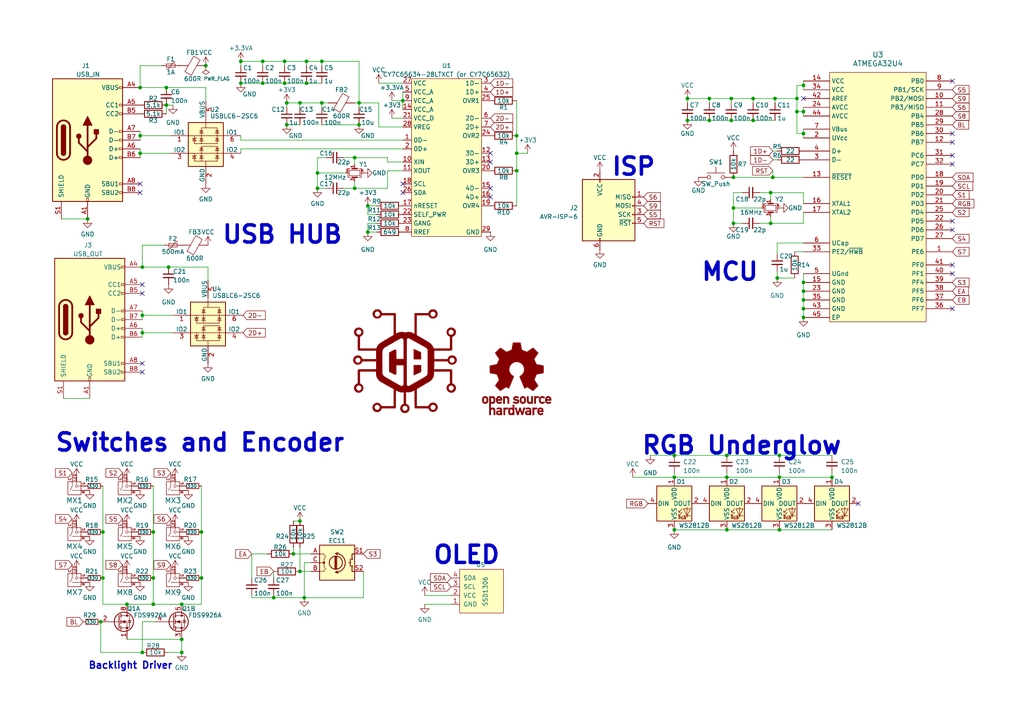
<source format=kicad_sch>
(kicad_sch (version 20210406) (generator eeschema)
  (paper "A4")
  (title_block (title "1337") (date "2021-05-23") (rev "2.1") (company "0xCB") (comment 1 "Conor Burns"))
  (junction (at 25.4 63.5) (diameter 0.9144))
  (junction (at 29.21 180.34) (diameter 0.9144))
  (junction (at 29.845 154.305) (diameter 0.9144))
  (junction (at 29.845 167.64) (diameter 0.9144))
  (junction (at 36.83 175.26) (diameter 0.9144))
  (junction (at 40.64 25.4) (diameter 0.9144))
  (junction (at 40.64 39.37) (diameter 0.9144))
  (junction (at 40.64 44.45) (diameter 0.9144))
  (junction (at 41.275 77.47) (diameter 0.9144))
  (junction (at 41.275 91.44) (diameter 0.9144))
  (junction (at 41.275 96.52) (diameter 0.9144))
  (junction (at 41.275 189.23) (diameter 0.9144))
  (junction (at 44.45 154.305) (diameter 0.9144))
  (junction (at 44.45 167.64) (diameter 0.9144))
  (junction (at 44.45 175.26) (diameter 0.9144))
  (junction (at 48.26 25.4) (diameter 0.9144))
  (junction (at 48.26 30.48) (diameter 0.9144))
  (junction (at 48.895 77.47) (diameter 0.9144))
  (junction (at 52.705 175.26) (diameter 0.9144))
  (junction (at 52.705 185.42) (diameter 0.9144))
  (junction (at 52.705 189.23) (diameter 0.9144))
  (junction (at 58.42 154.305) (diameter 0.9144))
  (junction (at 58.42 167.64) (diameter 0.9144))
  (junction (at 59.69 19.05) (diameter 0.9144))
  (junction (at 69.85 17.78) (diameter 0.9144))
  (junction (at 69.85 24.13) (diameter 0.9144))
  (junction (at 76.2 17.78) (diameter 0.9144))
  (junction (at 76.2 24.13) (diameter 0.9144))
  (junction (at 79.375 173.355) (diameter 0.9144))
  (junction (at 82.55 17.78) (diameter 0.9144))
  (junction (at 82.55 24.13) (diameter 0.9144))
  (junction (at 83.185 29.845) (diameter 0.9144))
  (junction (at 83.185 36.195) (diameter 0.9144))
  (junction (at 85.09 160.655) (diameter 0.9144))
  (junction (at 86.995 29.845) (diameter 0.9144))
  (junction (at 86.995 151.13) (diameter 0.9144))
  (junction (at 86.995 165.735) (diameter 0.9144))
  (junction (at 88.265 173.355) (diameter 0.9144))
  (junction (at 88.9 17.78) (diameter 0.9144))
  (junction (at 88.9 24.13) (diameter 0.9144))
  (junction (at 92.075 50.165) (diameter 0.9144))
  (junction (at 92.075 54.61) (diameter 0.9144))
  (junction (at 93.345 17.78) (diameter 0.9144))
  (junction (at 93.345 29.845) (diameter 0.9144))
  (junction (at 102.87 45.72) (diameter 0.9144))
  (junction (at 102.87 54.61) (diameter 0.9144))
  (junction (at 104.14 29.845) (diameter 0.9144))
  (junction (at 104.14 36.195) (diameter 0.9144))
  (junction (at 106.68 59.69) (diameter 0.9144))
  (junction (at 106.68 67.31) (diameter 0.9144))
  (junction (at 116.84 29.21) (diameter 0.9144))
  (junction (at 149.86 39.37) (diameter 0.9144))
  (junction (at 149.86 44.45) (diameter 0.9144))
  (junction (at 149.86 49.53) (diameter 0.9144))
  (junction (at 195.58 132.08) (diameter 0.9144))
  (junction (at 195.58 138.43) (diameter 0.9144))
  (junction (at 195.58 153.67) (diameter 0.9144))
  (junction (at 199.39 28.575) (diameter 0.9144))
  (junction (at 199.39 34.925) (diameter 0.9144))
  (junction (at 205.74 28.575) (diameter 0.9144))
  (junction (at 205.74 34.925) (diameter 0.9144))
  (junction (at 210.82 132.08) (diameter 0.9144))
  (junction (at 210.82 138.43) (diameter 0.9144))
  (junction (at 210.82 153.67) (diameter 0.9144))
  (junction (at 212.09 28.575) (diameter 0.9144))
  (junction (at 212.09 34.925) (diameter 0.9144))
  (junction (at 212.725 51.435) (diameter 0.9144))
  (junction (at 212.725 60.325) (diameter 0.9144))
  (junction (at 212.725 64.77) (diameter 0.9144))
  (junction (at 218.44 28.575) (diameter 0.9144))
  (junction (at 218.44 34.925) (diameter 0.9144))
  (junction (at 223.52 55.88) (diameter 0.9144))
  (junction (at 223.52 64.77) (diameter 0.9144))
  (junction (at 224.155 51.435) (diameter 0.9144))
  (junction (at 224.79 28.575) (diameter 0.9144))
  (junction (at 225.425 80.645) (diameter 0.9144))
  (junction (at 226.06 132.08) (diameter 0.9144))
  (junction (at 226.06 138.43) (diameter 0.9144))
  (junction (at 226.06 153.67) (diameter 0.9144))
  (junction (at 231.14 28.575) (diameter 0.9144))
  (junction (at 231.14 32.385) (diameter 0.9144))
  (junction (at 233.045 24.765) (diameter 0.9144))
  (junction (at 233.045 32.385) (diameter 0.9144))
  (junction (at 233.045 38.735) (diameter 0.9144))
  (junction (at 233.045 81.915) (diameter 0.9144))
  (junction (at 233.045 84.455) (diameter 0.9144))
  (junction (at 233.045 86.995) (diameter 0.9144))
  (junction (at 233.045 89.535) (diameter 0.9144))
  (junction (at 233.045 92.075) (diameter 0.9144))
  (junction (at 241.3 138.43) (diameter 0.9144))
  (no_connect (at 40.64 53.34))
  (no_connect (at 40.64 55.88))
  (no_connect (at 41.275 82.55))
  (no_connect (at 41.275 85.09))
  (no_connect (at 41.275 105.41))
  (no_connect (at 41.275 107.95))
  (no_connect (at 116.84 53.34))
  (no_connect (at 116.84 55.88))
  (no_connect (at 142.24 44.45))
  (no_connect (at 142.24 46.99))
  (no_connect (at 142.24 54.61))
  (no_connect (at 142.24 57.15))
  (no_connect (at 233.045 28.575))
  (no_connect (at 248.92 146.05))
  (no_connect (at 276.225 23.495))
  (no_connect (at 276.225 38.735))
  (no_connect (at 276.225 41.275))
  (no_connect (at 276.225 45.085))
  (no_connect (at 276.225 47.625))
  (no_connect (at 276.225 64.135))
  (no_connect (at 276.225 66.675))
  (no_connect (at 276.225 76.835))
  (no_connect (at 276.225 79.375))
  (no_connect (at 276.225 89.535))
  (wire (pts (xy 17.78 63.5) (xy 25.4 63.5)))
  (wire (pts (xy 18.415 115.57) (xy 26.035 115.57)))
  (wire (pts (xy 29.21 189.23) (xy 29.21 180.34)))
  (wire (pts (xy 29.845 140.97) (xy 29.845 154.305)))
  (wire (pts (xy 29.845 154.305) (xy 29.845 167.64)))
  (wire (pts (xy 29.845 167.64) (xy 29.845 175.26)))
  (wire (pts (xy 29.845 175.26) (xy 36.83 175.26)))
  (wire (pts (xy 36.83 175.26) (xy 44.45 175.26)))
  (wire (pts (xy 36.83 185.42) (xy 52.705 185.42)))
  (wire (pts (xy 40.64 19.05) (xy 40.64 25.4)))
  (wire (pts (xy 40.64 19.05) (xy 46.99 19.05)))
  (wire (pts (xy 40.64 25.4) (xy 48.26 25.4)))
  (wire (pts (xy 40.64 38.1) (xy 40.64 39.37)))
  (wire (pts (xy 40.64 39.37) (xy 40.64 40.64)))
  (wire (pts (xy 40.64 39.37) (xy 49.53 39.37)))
  (wire (pts (xy 40.64 43.18) (xy 40.64 44.45)))
  (wire (pts (xy 40.64 44.45) (xy 40.64 45.72)))
  (wire (pts (xy 40.64 44.45) (xy 49.53 44.45)))
  (wire (pts (xy 41.275 71.12) (xy 41.275 77.47)))
  (wire (pts (xy 41.275 71.12) (xy 47.625 71.12)))
  (wire (pts (xy 41.275 77.47) (xy 48.895 77.47)))
  (wire (pts (xy 41.275 90.17) (xy 41.275 91.44)))
  (wire (pts (xy 41.275 91.44) (xy 41.275 92.71)))
  (wire (pts (xy 41.275 91.44) (xy 50.165 91.44)))
  (wire (pts (xy 41.275 95.25) (xy 41.275 96.52)))
  (wire (pts (xy 41.275 96.52) (xy 41.275 97.79)))
  (wire (pts (xy 41.275 96.52) (xy 50.165 96.52)))
  (wire (pts (xy 41.275 180.34) (xy 41.275 189.23)))
  (wire (pts (xy 41.275 180.34) (xy 45.085 180.34)))
  (wire (pts (xy 41.275 189.23) (xy 29.21 189.23)))
  (wire (pts (xy 44.45 140.97) (xy 44.45 154.305)))
  (wire (pts (xy 44.45 154.305) (xy 44.45 167.64)))
  (wire (pts (xy 44.45 175.26) (xy 44.45 167.64)))
  (wire (pts (xy 48.26 25.4) (xy 59.69 25.4)))
  (wire (pts (xy 48.26 30.48) (xy 48.26 33.02)))
  (wire (pts (xy 48.26 30.48) (xy 50.165 30.48)))
  (wire (pts (xy 48.895 77.47) (xy 60.325 77.47)))
  (wire (pts (xy 48.895 189.23) (xy 52.705 189.23)))
  (wire (pts (xy 52.705 175.26) (xy 44.45 175.26)))
  (wire (pts (xy 52.705 189.23) (xy 52.705 185.42)))
  (wire (pts (xy 58.42 140.97) (xy 58.42 154.305)))
  (wire (pts (xy 58.42 154.305) (xy 58.42 167.64)))
  (wire (pts (xy 58.42 167.64) (xy 58.42 175.26)))
  (wire (pts (xy 58.42 175.26) (xy 52.705 175.26)))
  (wire (pts (xy 59.69 29.21) (xy 59.69 25.4)))
  (wire (pts (xy 60.325 81.28) (xy 60.325 77.47)))
  (wire (pts (xy 69.85 17.78) (xy 69.85 19.05)))
  (wire (pts (xy 69.85 17.78) (xy 76.2 17.78)))
  (wire (pts (xy 69.85 24.13) (xy 76.2 24.13)))
  (wire (pts (xy 69.85 39.37) (xy 69.85 40.64)))
  (wire (pts (xy 69.85 40.64) (xy 116.84 40.64)))
  (wire (pts (xy 69.85 43.18) (xy 69.85 44.45)))
  (wire (pts (xy 69.85 43.18) (xy 116.84 43.18)))
  (wire (pts (xy 73.025 160.655) (xy 77.47 160.655)))
  (wire (pts (xy 73.025 167.64) (xy 73.025 160.655)))
  (wire (pts (xy 73.025 172.72) (xy 73.025 173.355)))
  (wire (pts (xy 73.025 173.355) (xy 79.375 173.355)))
  (wire (pts (xy 76.2 17.78) (xy 76.2 19.05)))
  (wire (pts (xy 76.2 17.78) (xy 82.55 17.78)))
  (wire (pts (xy 76.2 24.13) (xy 82.55 24.13)))
  (wire (pts (xy 79.375 165.735) (xy 79.375 167.64)))
  (wire (pts (xy 79.375 172.72) (xy 79.375 173.355)))
  (wire (pts (xy 79.375 173.355) (xy 88.265 173.355)))
  (wire (pts (xy 82.55 17.78) (xy 82.55 19.05)))
  (wire (pts (xy 82.55 17.78) (xy 88.9 17.78)))
  (wire (pts (xy 82.55 24.13) (xy 88.9 24.13)))
  (wire (pts (xy 83.185 29.845) (xy 86.995 29.845)))
  (wire (pts (xy 83.185 31.115) (xy 83.185 29.845)))
  (wire (pts (xy 83.185 36.195) (xy 86.995 36.195)))
  (wire (pts (xy 85.09 151.13) (xy 86.995 151.13)))
  (wire (pts (xy 85.09 158.75) (xy 85.09 160.655)))
  (wire (pts (xy 85.09 160.655) (xy 90.17 160.655)))
  (wire (pts (xy 86.995 29.845) (xy 93.345 29.845)))
  (wire (pts (xy 86.995 31.115) (xy 86.995 29.845)))
  (wire (pts (xy 86.995 158.75) (xy 86.995 165.735)))
  (wire (pts (xy 86.995 165.735) (xy 90.17 165.735)))
  (wire (pts (xy 88.265 163.195) (xy 88.265 173.355)))
  (wire (pts (xy 88.265 163.195) (xy 90.17 163.195)))
  (wire (pts (xy 88.265 173.355) (xy 105.41 173.355)))
  (wire (pts (xy 88.9 17.78) (xy 93.345 17.78)))
  (wire (pts (xy 88.9 19.05) (xy 88.9 17.78)))
  (wire (pts (xy 88.9 24.13) (xy 93.345 24.13)))
  (wire (pts (xy 92.075 45.72) (xy 92.075 50.165)))
  (wire (pts (xy 92.075 45.72) (xy 94.615 45.72)))
  (wire (pts (xy 92.075 50.165) (xy 92.075 54.61)))
  (wire (pts (xy 92.075 50.165) (xy 100.33 50.165)))
  (wire (pts (xy 92.075 54.61) (xy 94.615 54.61)))
  (wire (pts (xy 93.345 17.78) (xy 104.14 17.78)))
  (wire (pts (xy 93.345 19.05) (xy 93.345 17.78)))
  (wire (pts (xy 93.345 29.845) (xy 95.25 29.845)))
  (wire (pts (xy 93.345 31.115) (xy 93.345 29.845)))
  (wire (pts (xy 93.345 36.195) (xy 104.14 36.195)))
  (wire (pts (xy 99.695 45.72) (xy 102.87 45.72)))
  (wire (pts (xy 102.87 29.845) (xy 104.14 29.845)))
  (wire (pts (xy 102.87 45.72) (xy 102.87 47.625)))
  (wire (pts (xy 102.87 52.705) (xy 102.87 54.61)))
  (wire (pts (xy 102.87 54.61) (xy 99.695 54.61)))
  (wire (pts (xy 104.14 29.845) (xy 104.14 17.78)))
  (wire (pts (xy 104.14 29.845) (xy 104.14 31.115)))
  (wire (pts (xy 105.41 165.735) (xy 105.41 173.355)))
  (wire (pts (xy 106.68 59.69) (xy 109.22 59.69)))
  (wire (pts (xy 106.68 62.23) (xy 106.68 59.69)))
  (wire (pts (xy 106.68 64.77) (xy 106.68 67.31)))
  (wire (pts (xy 106.68 67.31) (xy 109.22 67.31)))
  (wire (pts (xy 109.22 62.23) (xy 106.68 62.23)))
  (wire (pts (xy 109.22 64.77) (xy 106.68 64.77)))
  (wire (pts (xy 109.855 29.845) (xy 104.14 29.845)))
  (wire (pts (xy 109.855 36.83) (xy 109.855 29.845)))
  (wire (pts (xy 112.395 45.72) (xy 102.87 45.72)))
  (wire (pts (xy 112.395 46.99) (xy 112.395 45.72)))
  (wire (pts (xy 112.395 49.53) (xy 112.395 54.61)))
  (wire (pts (xy 112.395 49.53) (xy 116.84 49.53)))
  (wire (pts (xy 112.395 54.61) (xy 102.87 54.61)))
  (wire (pts (xy 113.665 29.21) (xy 116.84 29.21)))
  (wire (pts (xy 113.665 34.29) (xy 116.84 34.29)))
  (wire (pts (xy 116.84 24.13) (xy 109.855 24.13)))
  (wire (pts (xy 116.84 26.67) (xy 116.84 29.21)))
  (wire (pts (xy 116.84 29.21) (xy 116.84 31.75)))
  (wire (pts (xy 116.84 36.83) (xy 109.855 36.83)))
  (wire (pts (xy 116.84 46.99) (xy 112.395 46.99)))
  (wire (pts (xy 123.19 172.72) (xy 130.81 172.72)))
  (wire (pts (xy 123.19 175.26) (xy 130.81 175.26)))
  (wire (pts (xy 149.86 29.21) (xy 149.86 39.37)))
  (wire (pts (xy 149.86 39.37) (xy 149.86 44.45)))
  (wire (pts (xy 149.86 44.45) (xy 149.86 49.53)))
  (wire (pts (xy 149.86 44.45) (xy 153.035 44.45)))
  (wire (pts (xy 149.86 49.53) (xy 149.86 59.69)))
  (wire (pts (xy 183.515 138.43) (xy 195.58 138.43)))
  (wire (pts (xy 188.595 132.08) (xy 195.58 132.08)))
  (wire (pts (xy 195.58 132.08) (xy 210.82 132.08)))
  (wire (pts (xy 195.58 137.16) (xy 195.58 138.43)))
  (wire (pts (xy 195.58 138.43) (xy 210.82 138.43)))
  (wire (pts (xy 195.58 153.67) (xy 210.82 153.67)))
  (wire (pts (xy 199.39 28.575) (xy 205.74 28.575)))
  (wire (pts (xy 199.39 29.845) (xy 199.39 28.575)))
  (wire (pts (xy 199.39 34.925) (xy 205.74 34.925)))
  (wire (pts (xy 205.74 28.575) (xy 212.09 28.575)))
  (wire (pts (xy 205.74 29.845) (xy 205.74 28.575)))
  (wire (pts (xy 205.74 34.925) (xy 212.09 34.925)))
  (wire (pts (xy 210.82 132.08) (xy 226.06 132.08)))
  (wire (pts (xy 210.82 137.16) (xy 210.82 138.43)))
  (wire (pts (xy 210.82 138.43) (xy 226.06 138.43)))
  (wire (pts (xy 210.82 153.67) (xy 226.06 153.67)))
  (wire (pts (xy 212.09 28.575) (xy 212.09 29.845)))
  (wire (pts (xy 212.09 28.575) (xy 218.44 28.575)))
  (wire (pts (xy 212.09 34.925) (xy 218.44 34.925)))
  (wire (pts (xy 212.725 51.435) (xy 224.155 51.435)))
  (wire (pts (xy 212.725 55.88) (xy 212.725 60.325)))
  (wire (pts (xy 212.725 55.88) (xy 215.265 55.88)))
  (wire (pts (xy 212.725 60.325) (xy 212.725 64.77)))
  (wire (pts (xy 212.725 60.325) (xy 220.98 60.325)))
  (wire (pts (xy 212.725 64.77) (xy 215.265 64.77)))
  (wire (pts (xy 218.44 28.575) (xy 218.44 29.845)))
  (wire (pts (xy 218.44 28.575) (xy 224.79 28.575)))
  (wire (pts (xy 218.44 34.925) (xy 224.79 34.925)))
  (wire (pts (xy 220.345 55.88) (xy 223.52 55.88)))
  (wire (pts (xy 223.52 55.88) (xy 223.52 57.785)))
  (wire (pts (xy 223.52 62.865) (xy 223.52 64.77)))
  (wire (pts (xy 223.52 64.77) (xy 220.345 64.77)))
  (wire (pts (xy 224.155 43.815) (xy 225.425 43.815)))
  (wire (pts (xy 224.155 46.355) (xy 225.425 46.355)))
  (wire (pts (xy 224.155 49.53) (xy 224.155 51.435)))
  (wire (pts (xy 224.155 51.435) (xy 233.045 51.435)))
  (wire (pts (xy 224.79 28.575) (xy 224.79 29.845)))
  (wire (pts (xy 224.79 28.575) (xy 231.14 28.575)))
  (wire (pts (xy 225.425 70.485) (xy 233.045 70.485)))
  (wire (pts (xy 225.425 73.66) (xy 225.425 70.485)))
  (wire (pts (xy 225.425 78.74) (xy 225.425 80.645)))
  (wire (pts (xy 225.425 80.645) (xy 230.505 80.645)))
  (wire (pts (xy 226.06 132.08) (xy 241.3 132.08)))
  (wire (pts (xy 226.06 137.16) (xy 226.06 138.43)))
  (wire (pts (xy 226.06 138.43) (xy 241.3 138.43)))
  (wire (pts (xy 226.06 153.67) (xy 241.3 153.67)))
  (wire (pts (xy 230.505 73.025) (xy 233.045 73.025)))
  (wire (pts (xy 231.14 24.765) (xy 233.045 24.765)))
  (wire (pts (xy 231.14 28.575) (xy 231.14 24.765)))
  (wire (pts (xy 231.14 28.575) (xy 231.14 32.385)))
  (wire (pts (xy 231.14 32.385) (xy 231.14 38.735)))
  (wire (pts (xy 231.14 38.735) (xy 233.045 38.735)))
  (wire (pts (xy 233.045 23.495) (xy 233.045 24.765)))
  (wire (pts (xy 233.045 24.765) (xy 233.045 26.035)))
  (wire (pts (xy 233.045 32.385) (xy 231.14 32.385)))
  (wire (pts (xy 233.045 32.385) (xy 233.045 31.115)))
  (wire (pts (xy 233.045 32.385) (xy 233.045 33.655)))
  (wire (pts (xy 233.045 37.465) (xy 233.045 38.735)))
  (wire (pts (xy 233.045 38.735) (xy 233.045 40.005)))
  (wire (pts (xy 233.045 55.88) (xy 223.52 55.88)))
  (wire (pts (xy 233.045 59.055) (xy 233.045 55.88)))
  (wire (pts (xy 233.045 61.595) (xy 233.045 64.77)))
  (wire (pts (xy 233.045 64.77) (xy 223.52 64.77)))
  (wire (pts (xy 233.045 79.375) (xy 233.045 81.915)))
  (wire (pts (xy 233.045 81.915) (xy 233.045 84.455)))
  (wire (pts (xy 233.045 84.455) (xy 233.045 86.995)))
  (wire (pts (xy 233.045 86.995) (xy 233.045 89.535)))
  (wire (pts (xy 233.045 89.535) (xy 233.045 92.075)))
  (wire (pts (xy 241.3 137.16) (xy 241.3 138.43)))
  (text "Backlight Driver\n" (at 50.165 194.31 180) (effects (font (size 2 2) (thickness 0.4) bold) (justify right bottom)))
  (text "USB HUB" (at 99.695 71.12 180) (effects (font (size 5 5) (thickness 1) bold) (justify right bottom)))
  (text "Switches and Encoder\n" (at 100.33 131.445 180) (effects (font (size 5 5) (thickness 1) bold) (justify right bottom)))
  (text "OLED\n\n" (at 145.415 172.085 180) (effects (font (size 5 5) (thickness 1) bold) (justify right bottom)))
  (text "ISP\n" (at 190.5 51.435 180) (effects (font (size 5 5) (thickness 1) bold) (justify right bottom)))
  (text "MCU\n" (at 220.345 81.915 180) (effects (font (size 5 5) (thickness 1) bold) (justify right bottom)))
  (text "RGB Underglow\n\n" (at 244.475 140.335 180) (effects (font (size 5 5) (thickness 1) bold) (justify right bottom)))
  (global_label "S1" (shape input) (at 20.955 137.16 180) (property "Intersheet References" "${INTERSHEET_REFS}" (effects hide)))
  (global_label "S4" (shape input) (at 20.955 150.495 180) (property "Intersheet References" "${INTERSHEET_REFS}" (effects hide)))
  (global_label "S7" (shape input) (at 20.955 163.83 180) (property "Intersheet References" "${INTERSHEET_REFS}" (effects hide)))
  (global_label "BL" (shape input) (at 24.13 180.34 180) (property "Intersheet References" "${INTERSHEET_REFS}" (effects hide)))
  (global_label "S2" (shape input) (at 35.56 137.16 180) (property "Intersheet References" "${INTERSHEET_REFS}" (effects hide)))
  (global_label "S5" (shape input) (at 35.56 150.495 180) (property "Intersheet References" "${INTERSHEET_REFS}" (effects hide)))
  (global_label "S8" (shape input) (at 35.56 163.83 180) (property "Intersheet References" "${INTERSHEET_REFS}" (effects hide)))
  (global_label "S3" (shape input) (at 49.53 137.16 180) (property "Intersheet References" "${INTERSHEET_REFS}" (effects hide)))
  (global_label "S6" (shape input) (at 49.53 150.495 180) (property "Intersheet References" "${INTERSHEET_REFS}" (effects hide)))
  (global_label "S9" (shape input) (at 49.53 163.83 180) (property "Intersheet References" "${INTERSHEET_REFS}" (effects hide)))
  (global_label "2D-" (shape input) (at 70.485 91.44 0) (property "Intersheet References" "${INTERSHEET_REFS}" (effects hide)))
  (global_label "2D+" (shape input) (at 70.485 96.52 0) (property "Intersheet References" "${INTERSHEET_REFS}" (effects hide)))
  (global_label "EA" (shape input) (at 73.025 160.655 180) (property "Intersheet References" "${INTERSHEET_REFS}" (effects hide)))
  (global_label "EB" (shape input) (at 79.375 165.735 180) (property "Intersheet References" "${INTERSHEET_REFS}" (effects hide)))
  (global_label "S3" (shape input) (at 105.41 160.655 0) (property "Intersheet References" "${INTERSHEET_REFS}" (effects hide)))
  (global_label "SDA" (shape input) (at 130.81 167.64 180) (property "Intersheet References" "${INTERSHEET_REFS}" (effects hide)))
  (global_label "SCL" (shape input) (at 130.81 170.18 180) (property "Intersheet References" "${INTERSHEET_REFS}" (effects hide)))
  (global_label "1D-" (shape input) (at 142.24 24.13 0) (property "Intersheet References" "${INTERSHEET_REFS}" (effects hide)))
  (global_label "1D+" (shape input) (at 142.24 26.67 0) (property "Intersheet References" "${INTERSHEET_REFS}" (effects hide)))
  (global_label "2D-" (shape input) (at 142.24 34.29 0) (property "Intersheet References" "${INTERSHEET_REFS}" (effects hide)))
  (global_label "2D+" (shape input) (at 142.24 36.83 0) (property "Intersheet References" "${INTERSHEET_REFS}" (effects hide)))
  (global_label "S6" (shape input) (at 186.69 57.15 0) (property "Intersheet References" "${INTERSHEET_REFS}" (effects hide)))
  (global_label "S9" (shape input) (at 186.69 59.69 0) (property "Intersheet References" "${INTERSHEET_REFS}" (effects hide)))
  (global_label "S5" (shape input) (at 186.69 62.23 0) (property "Intersheet References" "${INTERSHEET_REFS}" (effects hide)))
  (global_label "RST" (shape input) (at 186.69 64.77 0) (property "Intersheet References" "${INTERSHEET_REFS}" (effects hide)))
  (global_label "RGB" (shape input) (at 187.96 146.05 180) (property "Intersheet References" "${INTERSHEET_REFS}" (effects hide)))
  (global_label "1D+" (shape input) (at 224.155 43.815 180) (property "Intersheet References" "${INTERSHEET_REFS}" (effects hide)))
  (global_label "1D-" (shape input) (at 224.155 46.355 180) (property "Intersheet References" "${INTERSHEET_REFS}" (effects hide)))
  (global_label "RST" (shape input) (at 224.155 49.53 180) (property "Intersheet References" "${INTERSHEET_REFS}" (effects hide)))
  (global_label "S5" (shape input) (at 276.225 26.035 0) (property "Intersheet References" "${INTERSHEET_REFS}" (effects hide)))
  (global_label "S9" (shape input) (at 276.225 28.575 0) (property "Intersheet References" "${INTERSHEET_REFS}" (effects hide)))
  (global_label "S6" (shape input) (at 276.225 31.115 0) (property "Intersheet References" "${INTERSHEET_REFS}" (effects hide)))
  (global_label "S8" (shape input) (at 276.225 33.655 0) (property "Intersheet References" "${INTERSHEET_REFS}" (effects hide)))
  (global_label "BL" (shape input) (at 276.225 36.195 0) (property "Intersheet References" "${INTERSHEET_REFS}" (effects hide)))
  (global_label "SDA" (shape input) (at 276.225 51.435 0) (property "Intersheet References" "${INTERSHEET_REFS}" (effects hide)))
  (global_label "SCL" (shape input) (at 276.225 53.975 0) (property "Intersheet References" "${INTERSHEET_REFS}" (effects hide)))
  (global_label "S1" (shape input) (at 276.225 56.515 0) (property "Intersheet References" "${INTERSHEET_REFS}" (effects hide)))
  (global_label "RGB" (shape input) (at 276.225 59.055 0) (property "Intersheet References" "${INTERSHEET_REFS}" (effects hide)))
  (global_label "S2" (shape input) (at 276.225 61.595 0) (property "Intersheet References" "${INTERSHEET_REFS}" (effects hide)))
  (global_label "S4" (shape input) (at 276.225 69.215 0) (property "Intersheet References" "${INTERSHEET_REFS}" (effects hide)))
  (global_label "S7" (shape input) (at 276.225 73.025 0) (property "Intersheet References" "${INTERSHEET_REFS}" (effects hide)))
  (global_label "S3" (shape input) (at 276.225 81.915 0) (property "Intersheet References" "${INTERSHEET_REFS}" (effects hide)))
  (global_label "EA" (shape input) (at 276.225 84.455 0) (property "Intersheet References" "${INTERSHEET_REFS}" (effects hide)))
  (global_label "EB" (shape input) (at 276.225 86.995 0) (property "Intersheet References" "${INTERSHEET_REFS}" (effects hide)))
  (symbol (lib_id "power:VCC") (at 22.225 138.43 0) (unit 1)
    (property "Reference" "#PWR032" (effects hide))
    (property "Value" "VCC" (at 22.225 134.62 0))
  )
  (symbol (lib_id "power:VCC") (at 22.225 151.765 0) (unit 1)
    (property "Reference" "#PWR040" (effects hide))
    (property "Value" "VCC" (at 22.225 147.955 0))
  )
  (symbol (lib_id "power:VCC") (at 22.225 165.1 0) (unit 1)
    (property "Reference" "#PWR047" (effects hide))
    (property "Value" "VCC" (at 22.225 161.29 0))
  )
  (symbol (lib_id "power:VCC") (at 36.83 138.43 0) (unit 1)
    (property "Reference" "#PWR033" (effects hide))
    (property "Value" "VCC" (at 36.83 134.62 0))
  )
  (symbol (lib_id "power:VCC") (at 36.83 151.765 0) (unit 1)
    (property "Reference" "#PWR041" (effects hide))
    (property "Value" "VCC" (at 36.83 147.955 0))
  )
  (symbol (lib_id "power:VCC") (at 36.83 165.1 0) (unit 1)
    (property "Reference" "#PWR048" (effects hide))
    (property "Value" "VCC" (at 36.83 161.29 0))
  )
  (symbol (lib_id "power:VCC") (at 50.8 138.43 0) (unit 1)
    (property "Reference" "#PWR034" (effects hide))
    (property "Value" "VCC" (at 50.8 134.62 0))
  )
  (symbol (lib_id "power:VCC") (at 50.8 151.765 0) (unit 1)
    (property "Reference" "#PWR042" (effects hide))
    (property "Value" "VCC" (at 50.8 147.955 0))
  )
  (symbol (lib_id "power:VCC") (at 50.8 165.1 0) (unit 1)
    (property "Reference" "#PWR049" (effects hide))
    (property "Value" "VCC" (at 50.8 161.29 0))
  )
  (symbol (lib_id "power:VCC") (at 59.69 19.05 0) (unit 1)
    (property "Reference" "#PWR02" (effects hide))
    (property "Value" "VCC" (at 59.69 15.24 0))
  )
  (symbol (lib_id "power:VCC") (at 60.325 71.12 0) (unit 1)
    (property "Reference" "#PWR025" (effects hide))
    (property "Value" "VCC" (at 60.325 67.31 0))
  )
  (symbol (lib_id "power:+3.3VA") (at 69.85 17.78 0) (unit 1)
    (property "Reference" "#PWR01" (effects hide))
    (property "Value" "+3.3VA" (at 69.85 13.97 0))
  )
  (symbol (lib_id "power:+3.3V") (at 83.185 29.845 0) (unit 1)
    (property "Reference" "#PWR06" (effects hide))
    (property "Value" "+3.3V" (at 83.185 26.035 0))
  )
  (symbol (lib_id "power:VCC") (at 86.995 151.13 0) (unit 1)
    (property "Reference" "#PWR039" (effects hide))
    (property "Value" "VCC" (at 86.995 147.32 0))
  )
  (symbol (lib_id "power:+3.3V") (at 106.68 59.69 0) (unit 1)
    (property "Reference" "#PWR019" (effects hide))
    (property "Value" "+3.3V" (at 106.68 55.88 0))
  )
  (symbol (lib_id "power:VCC") (at 109.855 24.13 0) (unit 1)
    (property "Reference" "#PWR0101" (effects hide))
    (property "Value" "VCC" (at 109.855 20.32 0))
  )
  (symbol (lib_id "power:+3.3VA") (at 113.665 29.21 0) (unit 1)
    (property "Reference" "#PWR05" (effects hide))
    (property "Value" "+3.3VA" (at 113.665 25.4 0))
  )
  (symbol (lib_id "power:+3.3V") (at 113.665 34.29 0) (unit 1)
    (property "Reference" "#PWR08" (effects hide))
    (property "Value" "+3.3V" (at 113.665 30.48 0))
  )
  (symbol (lib_id "power:VCC") (at 123.19 172.72 0) (unit 1)
    (property "Reference" "#PWR053" (effects hide))
    (property "Value" "VCC" (at 123.19 168.91 0))
  )
  (symbol (lib_id "power:+3.3V") (at 153.035 44.45 0) (unit 1)
    (property "Reference" "#PWR013" (effects hide))
    (property "Value" "+3.3V" (at 153.035 40.64 0))
  )
  (symbol (lib_id "power:VCC") (at 173.99 49.53 0) (unit 1)
    (property "Reference" "#PWR014" (effects hide))
    (property "Value" "VCC" (at 173.99 45.72 0))
  )
  (symbol (lib_id "power:VCC") (at 183.515 138.43 0) (unit 1)
    (property "Reference" "#PWR035" (effects hide))
    (property "Value" "VCC" (at 183.515 134.62 0))
  )
  (symbol (lib_id "power:VCC") (at 199.39 28.575 0) (unit 1)
    (property "Reference" "#PWR04" (effects hide))
    (property "Value" "VCC" (at 199.39 24.765 0))
  )
  (symbol (lib_id "power:VCC") (at 212.725 43.815 0) (unit 1)
    (property "Reference" "#PWR012" (effects hide))
    (property "Value" "VCC" (at 212.725 40.005 0))
  )
  (symbol (lib_id "power:PWR_FLAG") (at 59.69 19.05 180) (unit 1)
    (property "Reference" "#FLG0102" (effects hide))
    (property "Value" "PWR_FLAG" (at 62.865 22.86 0) (effects (font (size 1 1))))
  )
  (symbol (lib_id "power:GND") (at 25.4 63.5 0) (unit 1)
    (property "Reference" "#PWR021" (effects hide))
    (property "Value" "GND" (at 25.4 67.945 0))
  )
  (symbol (lib_id "power:GND") (at 26.035 142.24 0) (unit 1)
    (property "Reference" "#PWR036" (effects hide))
    (property "Value" "GND" (at 26.035 146.685 0))
  )
  (symbol (lib_id "power:GND") (at 26.035 155.575 0) (unit 1)
    (property "Reference" "#PWR044" (effects hide))
    (property "Value" "GND" (at 26.035 160.02 0))
  )
  (symbol (lib_id "power:GND") (at 26.035 168.91 0) (unit 1)
    (property "Reference" "#PWR050" (effects hide))
    (property "Value" "GND" (at 26.035 173.355 0))
  )
  (symbol (lib_id "power:GND") (at 40.64 142.24 0) (unit 1)
    (property "Reference" "#PWR037" (effects hide))
    (property "Value" "GND" (at 40.64 146.685 0))
  )
  (symbol (lib_id "power:GND") (at 40.64 155.575 0) (unit 1)
    (property "Reference" "#PWR045" (effects hide))
    (property "Value" "GND" (at 40.64 160.02 0))
  )
  (symbol (lib_id "power:GND") (at 40.64 168.91 0) (unit 1)
    (property "Reference" "#PWR051" (effects hide))
    (property "Value" "GND" (at 40.64 173.355 0))
  )
  (symbol (lib_id "power:GND") (at 48.895 82.55 0) (unit 1)
    (property "Reference" "#PWR028" (effects hide))
    (property "Value" "GND" (at 48.895 87.63 0))
  )
  (symbol (lib_id "power:GND") (at 50.165 30.48 0) (unit 1)
    (property "Reference" "#PWR07" (effects hide))
    (property "Value" "GND" (at 50.165 35.56 0))
  )
  (symbol (lib_id "power:GND") (at 52.705 189.23 0) (unit 1)
    (property "Reference" "#PWR056" (effects hide))
    (property "Value" "GND" (at 52.705 193.675 0))
  )
  (symbol (lib_id "power:GND") (at 54.61 142.24 0) (unit 1)
    (property "Reference" "#PWR038" (effects hide))
    (property "Value" "GND" (at 54.61 146.685 0))
  )
  (symbol (lib_id "power:GND") (at 54.61 155.575 0) (unit 1)
    (property "Reference" "#PWR046" (effects hide))
    (property "Value" "GND" (at 54.61 160.02 0))
  )
  (symbol (lib_id "power:GND") (at 54.61 168.91 0) (unit 1)
    (property "Reference" "#PWR052" (effects hide))
    (property "Value" "GND" (at 54.61 173.355 0))
  )
  (symbol (lib_id "power:GND") (at 59.69 53.34 0) (unit 1)
    (property "Reference" "#PWR017" (effects hide))
    (property "Value" "GND" (at 59.69 57.785 0))
  )
  (symbol (lib_id "power:GND") (at 60.325 105.41 0) (unit 1)
    (property "Reference" "#PWR030" (effects hide))
    (property "Value" "GND" (at 60.325 109.855 0))
  )
  (symbol (lib_id "power:GND") (at 69.85 24.13 0) (unit 1)
    (property "Reference" "#PWR03" (effects hide))
    (property "Value" "GND" (at 72.39 27.305 0))
  )
  (symbol (lib_id "power:GND") (at 83.185 36.195 0) (unit 1)
    (property "Reference" "#PWR010" (effects hide))
    (property "Value" "GND" (at 85.725 39.37 0))
  )
  (symbol (lib_id "power:GND") (at 88.265 173.355 0) (unit 1)
    (property "Reference" "#PWR054" (effects hide))
    (property "Value" "GND" (at 88.265 177.8 0))
  )
  (symbol (lib_id "power:GND") (at 92.075 54.61 0) (unit 1)
    (property "Reference" "#PWR018" (effects hide))
    (property "Value" "GND" (at 92.075 59.055 0))
  )
  (symbol (lib_id "power:GND") (at 104.14 36.195 0) (unit 1)
    (property "Reference" "#PWR011" (effects hide))
    (property "Value" "GND" (at 106.68 39.37 0))
  )
  (symbol (lib_id "power:GND") (at 105.41 50.165 90) (unit 1)
    (property "Reference" "#PWR015" (effects hide))
    (property "Value" "GND" (at 107.95 50.1649 90) (effects (justify right)))
  )
  (symbol (lib_id "power:GND") (at 106.68 67.31 0) (unit 1)
    (property "Reference" "#PWR023" (effects hide))
    (property "Value" "GND" (at 106.68 72.39 0))
  )
  (symbol (lib_id "power:GND") (at 123.19 175.26 0) (unit 1)
    (property "Reference" "#PWR055" (effects hide))
    (property "Value" "GND" (at 123.19 179.705 0))
  )
  (symbol (lib_id "power:GND") (at 142.24 67.31 0) (unit 1)
    (property "Reference" "#PWR024" (effects hide))
    (property "Value" "GND" (at 142.24 72.39 0))
  )
  (symbol (lib_id "power:GND") (at 173.99 72.39 0) (unit 1)
    (property "Reference" "#PWR026" (effects hide))
    (property "Value" "GND" (at 173.99 76.835 0))
  )
  (symbol (lib_id "power:GND") (at 188.595 132.08 0) (unit 1)
    (property "Reference" "#PWR031" (effects hide))
    (property "Value" "GND" (at 188.595 137.16 0))
  )
  (symbol (lib_id "power:GND") (at 195.58 153.67 0) (unit 1)
    (property "Reference" "#PWR043" (effects hide))
    (property "Value" "GND" (at 195.58 158.75 0))
  )
  (symbol (lib_id "power:GND") (at 199.39 34.925 0) (unit 1)
    (property "Reference" "#PWR09" (effects hide))
    (property "Value" "GND" (at 199.39 38.735 0))
  )
  (symbol (lib_id "power:GND") (at 202.565 51.435 0) (unit 1)
    (property "Reference" "#PWR016" (effects hide))
    (property "Value" "GND" (at 202.565 55.245 0))
  )
  (symbol (lib_id "power:GND") (at 212.725 64.77 0) (unit 1)
    (property "Reference" "#PWR022" (effects hide))
    (property "Value" "GND" (at 212.725 68.58 0))
  )
  (symbol (lib_id "power:GND") (at 225.425 80.645 0) (unit 1)
    (property "Reference" "#PWR027" (effects hide))
    (property "Value" "GND" (at 225.425 85.725 0))
  )
  (symbol (lib_id "power:GND") (at 226.06 60.325 90) (unit 1)
    (property "Reference" "#PWR020" (effects hide))
    (property "Value" "GND" (at 228.6 60.3249 90) (effects (justify right)))
  )
  (symbol (lib_id "power:GND") (at 233.045 92.075 0) (unit 1)
    (property "Reference" "#PWR029" (effects hide))
    (property "Value" "GND" (at 233.045 97.155 0))
  )
  (symbol (lib_id "Device:R_Small") (at 26.67 180.34 90) (unit 1)
    (property "Reference" "R29" (at 27.9399 178.435 90) (effects (justify left)))
    (property "Value" "330" (at 27.9399 180.34 90) (effects (font (size 1 1)) (justify left)))
    (property "Footprint" "Resistor_SMD:R_1206_3216Metric" (effects hide))
  )
  (symbol (lib_id "Device:R_Small") (at 27.305 140.97 90) (unit 1)
    (property "Reference" "R15" (at 28.5749 139.065 90) (effects (justify left)))
    (property "Value" "330" (at 28.5749 140.97 90) (effects (font (size 1 1)) (justify left)))
    (property "Footprint" "Resistor_SMD:R_1206_3216Metric" (effects hide))
  )
  (symbol (lib_id "Device:R_Small") (at 27.305 154.305 90) (unit 1)
    (property "Reference" "R18" (at 28.5749 152.4 90) (effects (justify left)))
    (property "Value" "330" (at 28.5749 154.305 90) (effects (font (size 1 1)) (justify left)))
    (property "Footprint" "Resistor_SMD:R_1206_3216Metric" (effects hide))
  )
  (symbol (lib_id "Device:R_Small") (at 27.305 167.64 90) (unit 1)
    (property "Reference" "R21" (at 28.5749 165.735 90) (effects (justify left)))
    (property "Value" "330" (at 28.5749 167.64 90) (effects (font (size 1 1)) (justify left)))
    (property "Footprint" "Resistor_SMD:R_1206_3216Metric" (effects hide))
  )
  (symbol (lib_id "Device:R_Small") (at 41.91 140.97 90) (unit 1)
    (property "Reference" "R16" (at 43.1799 139.065 90) (effects (justify left)))
    (property "Value" "330" (at 43.1799 140.97 90) (effects (font (size 1 1)) (justify left)))
    (property "Footprint" "Resistor_SMD:R_1206_3216Metric" (effects hide))
  )
  (symbol (lib_id "Device:R_Small") (at 41.91 154.305 90) (unit 1)
    (property "Reference" "R19" (at 43.1799 152.4 90) (effects (justify left)))
    (property "Value" "330" (at 43.1799 154.305 90) (effects (font (size 1 1)) (justify left)))
    (property "Footprint" "Resistor_SMD:R_1206_3216Metric" (effects hide))
  )
  (symbol (lib_id "Device:R_Small") (at 41.91 167.64 90) (unit 1)
    (property "Reference" "R22" (at 43.1799 165.735 90) (effects (justify left)))
    (property "Value" "330" (at 43.1799 167.64 90) (effects (font (size 1 1)) (justify left)))
    (property "Footprint" "Resistor_SMD:R_1206_3216Metric" (effects hide))
  )
  (symbol (lib_id "Device:R_Small") (at 55.88 140.97 90) (unit 1)
    (property "Reference" "R17" (at 57.1499 139.065 90) (effects (justify left)))
    (property "Value" "330" (at 57.1499 140.97 90) (effects (font (size 1 1)) (justify left)))
    (property "Footprint" "Resistor_SMD:R_1206_3216Metric" (effects hide))
  )
  (symbol (lib_id "Device:R_Small") (at 55.88 154.305 90) (unit 1)
    (property "Reference" "R20" (at 57.1499 152.4 90) (effects (justify left)))
    (property "Value" "330" (at 57.1499 154.305 90) (effects (font (size 1 1)) (justify left)))
    (property "Footprint" "Resistor_SMD:R_1206_3216Metric" (effects hide))
  )
  (symbol (lib_id "Device:R_Small") (at 55.88 167.64 90) (unit 1)
    (property "Reference" "R23" (at 57.1499 165.735 90) (effects (justify left)))
    (property "Value" "330" (at 57.1499 167.64 90) (effects (font (size 1 1)) (justify left)))
    (property "Footprint" "Resistor_SMD:R_1206_3216Metric" (effects hide))
  )
  (symbol (lib_id "Device:Polyfuse_Small") (at 49.53 19.05 90) (unit 1)
    (property "Reference" "F1" (at 49.53 17.145 90))
    (property "Value" "1A" (at 49.53 20.955 90))
    (property "Footprint" "0xcb:Fuse_0805_2012Metric" (effects hide))
  )
  (symbol (lib_id "Device:Polyfuse_Small") (at 50.165 71.12 90) (unit 1)
    (property "Reference" "F2" (at 50.165 69.215 90))
    (property "Value" "500mA" (at 50.165 73.025 90))
    (property "Footprint" "0xcb:Fuse_0805_2012Metric" (effects hide))
  )
  (symbol (lib_id "Device:R") (at 44.45 30.48 90) (unit 1)
    (property "Reference" "R2" (at 44.45 28.575 90))
    (property "Value" "5.1k" (at 44.45 30.48 90))
    (property "Footprint" "Resistor_SMD:R_0603_1608Metric" (effects hide))
  )
  (symbol (lib_id "Device:R") (at 44.45 33.02 270) (unit 1)
    (property "Reference" "R3" (at 44.45 34.925 90))
    (property "Value" "5.1k" (at 44.45 33.02 90))
    (property "Footprint" "Resistor_SMD:R_0603_1608Metric" (effects hide))
  )
  (symbol (lib_id "Device:R") (at 45.085 189.23 90) (unit 1)
    (property "Reference" "R28" (at 44.45 187.325 90))
    (property "Value" "10k" (at 45.085 189.23 90))
    (property "Footprint" "Resistor_SMD:R_0603_1608Metric" (effects hide))
  )
  (symbol (lib_id "Device:R") (at 81.28 160.655 90) (unit 1)
    (property "Reference" "R26" (at 81.28 158.75 90))
    (property "Value" "10k" (at 81.28 160.655 90))
    (property "Footprint" "Resistor_SMD:R_0603_1608Metric" (effects hide))
  )
  (symbol (lib_id "Device:R") (at 83.185 165.735 90) (unit 1)
    (property "Reference" "R27" (at 83.185 163.83 90))
    (property "Value" "10k" (at 83.185 165.735 90))
    (property "Footprint" "Resistor_SMD:R_0603_1608Metric" (effects hide))
  )
  (symbol (lib_id "Device:R") (at 85.09 154.94 0) (unit 1)
    (property "Reference" "R24" (at 81.915 155.575 0))
    (property "Value" "10k" (at 85.09 154.94 90))
    (property "Footprint" "Resistor_SMD:R_0603_1608Metric" (effects hide))
  )
  (symbol (lib_id "Device:R") (at 86.995 154.94 0) (unit 1)
    (property "Reference" "R25" (at 89.535 155.575 0))
    (property "Value" "10k" (at 86.995 154.94 90))
    (property "Footprint" "Resistor_SMD:R_0603_1608Metric" (effects hide))
  )
  (symbol (lib_id "Device:R") (at 113.03 59.69 90) (unit 1)
    (property "Reference" "R9" (at 109.22 58.42 90))
    (property "Value" "10k" (at 113.03 59.69 90))
    (property "Footprint" "Resistor_SMD:R_0603_1608Metric" (effects hide))
  )
  (symbol (lib_id "Device:R") (at 113.03 62.23 90) (unit 1)
    (property "Reference" "R11" (at 108.585 60.96 90))
    (property "Value" "10k" (at 113.03 62.23 90))
    (property "Footprint" "Resistor_SMD:R_0603_1608Metric" (effects hide))
  )
  (symbol (lib_id "Device:R") (at 113.03 64.77 90) (unit 1)
    (property "Reference" "R12" (at 108.585 63.5 90))
    (property "Value" "10k" (at 113.03 64.77 90))
    (property "Footprint" "Resistor_SMD:R_0603_1608Metric" (effects hide))
  )
  (symbol (lib_id "Device:R") (at 113.03 67.31 270) (unit 1)
    (property "Reference" "R13" (at 108.585 66.04 90))
    (property "Value" "649" (at 113.03 67.31 90))
    (property "Footprint" "Resistor_SMD:R_0603_1608Metric" (effects hide))
  )
  (symbol (lib_id "Device:R") (at 146.05 29.21 270) (unit 1)
    (property "Reference" "R1" (at 146.05 31.115 90))
    (property "Value" "10k" (at 146.05 29.21 90))
    (property "Footprint" "Resistor_SMD:R_0603_1608Metric" (effects hide))
  )
  (symbol (lib_id "Device:R") (at 146.05 39.37 270) (unit 1)
    (property "Reference" "R4" (at 146.05 41.275 90))
    (property "Value" "10k" (at 146.05 39.37 90))
    (property "Footprint" "Resistor_SMD:R_0603_1608Metric" (effects hide))
  )
  (symbol (lib_id "Device:R") (at 146.05 49.53 270) (unit 1)
    (property "Reference" "R8" (at 146.05 51.435 90))
    (property "Value" "10k" (at 146.05 49.53 90))
    (property "Footprint" "Resistor_SMD:R_0603_1608Metric" (effects hide))
  )
  (symbol (lib_id "Device:R") (at 146.05 59.69 270) (unit 1)
    (property "Reference" "R10" (at 146.05 61.595 90))
    (property "Value" "10k" (at 146.05 59.69 90))
    (property "Footprint" "Resistor_SMD:R_0603_1608Metric" (effects hide))
  )
  (symbol (lib_id "Device:R") (at 212.725 47.625 180) (unit 1)
    (property "Reference" "R7" (at 215.265 47.625 0))
    (property "Value" "10k" (at 212.725 47.625 90))
    (property "Footprint" "Resistor_SMD:R_0603_1608Metric" (effects hide))
  )
  (symbol (lib_id "Device:R") (at 229.235 43.815 270) (unit 1)
    (property "Reference" "R5" (at 225.425 42.545 90))
    (property "Value" "22" (at 229.235 43.815 90))
    (property "Footprint" "Resistor_SMD:R_0603_1608Metric" (effects hide))
  )
  (symbol (lib_id "Device:R") (at 229.235 46.355 270) (unit 1)
    (property "Reference" "R6" (at 225.425 45.085 90))
    (property "Value" "22" (at 229.235 46.355 90))
    (property "Footprint" "Resistor_SMD:R_0603_1608Metric" (effects hide))
  )
  (symbol (lib_id "Device:R") (at 230.505 76.835 180) (unit 1)
    (property "Reference" "R14" (at 233.045 76.835 0))
    (property "Value" "10k" (at 230.505 76.835 90))
    (property "Footprint" "Resistor_SMD:R_0603_1608Metric" (effects hide))
  )
  (symbol (lib_id "Device:C_Small") (at 48.26 27.94 0) (unit 1)
    (property "Reference" "C6" (at 49.53 26.6699 0) (effects (justify left)))
    (property "Value" "100n" (at 49.53 29.2099 0) (effects (justify left)))
    (property "Footprint" "Capacitor_SMD:C_0603_1608Metric" (effects hide))
  )
  (symbol (lib_id "Device:C_Small") (at 48.895 80.01 0) (unit 1)
    (property "Reference" "C21" (at 50.165 78.7399 0) (effects (justify left)))
    (property "Value" "100n" (at 50.165 81.2799 0) (effects (justify left)))
    (property "Footprint" "Capacitor_SMD:C_0603_1608Metric" (effects hide))
  )
  (symbol (lib_id "Device:C_Small") (at 69.85 21.59 0) (unit 1)
    (property "Reference" "C1" (at 70.485 19.6849 0) (effects (justify left)))
    (property "Value" "100n" (at 70.485 23.4949 0) (effects (justify left)))
    (property "Footprint" "Capacitor_SMD:C_0603_1608Metric" (effects hide))
  )
  (symbol (lib_id "Device:C_Small") (at 73.025 170.18 0) (unit 1)
    (property "Reference" "C26" (at 73.66 168.2749 0) (effects (justify left)))
    (property "Value" "100n" (at 73.66 172.0849 0) (effects (justify left)))
    (property "Footprint" "Capacitor_SMD:C_0603_1608Metric" (effects hide))
  )
  (symbol (lib_id "Device:C_Small") (at 76.2 21.59 0) (unit 1)
    (property "Reference" "C2" (at 76.835 19.6849 0) (effects (justify left)))
    (property "Value" "100n" (at 76.835 23.4949 0) (effects (justify left)))
    (property "Footprint" "Capacitor_SMD:C_0603_1608Metric" (effects hide))
  )
  (symbol (lib_id "Device:C_Small") (at 79.375 170.18 0) (unit 1)
    (property "Reference" "C27" (at 80.01 168.2749 0) (effects (justify left)))
    (property "Value" "100n" (at 80.01 172.0849 0) (effects (justify left)))
    (property "Footprint" "Capacitor_SMD:C_0603_1608Metric" (effects hide))
  )
  (symbol (lib_id "Device:C_Small") (at 82.55 21.59 0) (unit 1)
    (property "Reference" "C3" (at 83.185 19.6849 0) (effects (justify left)))
    (property "Value" "100n" (at 83.185 23.4949 0) (effects (justify left)))
    (property "Footprint" "Capacitor_SMD:C_0603_1608Metric" (effects hide))
  )
  (symbol (lib_id "Device:C_Small") (at 83.185 33.655 0) (unit 1)
    (property "Reference" "C12" (at 78.74 31.7499 0) (effects (justify left)))
    (property "Value" "1u" (at 83.82 35.5599 0) (effects (justify left)))
    (property "Footprint" "Capacitor_SMD:C_0603_1608Metric" (effects hide))
  )
  (symbol (lib_id "Device:C_Small") (at 86.995 33.655 0) (unit 1)
    (property "Reference" "C13" (at 86.995 31.7499 0) (effects (justify left)))
    (property "Value" "100n" (at 87.63 35.5599 0) (effects (justify left)))
    (property "Footprint" "Capacitor_SMD:C_0603_1608Metric" (effects hide))
  )
  (symbol (lib_id "Device:C_Small") (at 88.9 21.59 0) (unit 1)
    (property "Reference" "C4" (at 89.535 19.6849 0) (effects (justify left)))
    (property "Value" "1u" (at 89.535 23.4949 0) (effects (justify left)))
    (property "Footprint" "Capacitor_SMD:C_0603_1608Metric" (effects hide))
  )
  (symbol (lib_id "Device:C_Small") (at 93.345 21.59 0) (unit 1)
    (property "Reference" "C5" (at 93.98 19.6849 0) (effects (justify left)))
    (property "Value" "1u" (at 93.98 23.4949 0) (effects (justify left)))
    (property "Footprint" "Capacitor_SMD:C_0603_1608Metric" (effects hide))
  )
  (symbol (lib_id "Device:C_Small") (at 93.345 33.655 0) (unit 1)
    (property "Reference" "C14" (at 93.345 31.7499 0) (effects (justify left)))
    (property "Value" "100n" (at 93.98 35.5599 0) (effects (justify left)))
    (property "Footprint" "Capacitor_SMD:C_0603_1608Metric" (effects hide))
  )
  (symbol (lib_id "Device:C_Small") (at 97.155 45.72 90) (unit 1)
    (property "Reference" "C16" (at 94.615 44.45 90))
    (property "Value" "22p" (at 99.695 46.99 90))
    (property "Footprint" "Capacitor_SMD:C_0603_1608Metric" (effects hide))
  )
  (symbol (lib_id "Device:C_Small") (at 97.155 54.61 90) (unit 1)
    (property "Reference" "C17" (at 94.615 53.34 90))
    (property "Value" "22p" (at 99.695 55.88 90))
    (property "Footprint" "Capacitor_SMD:C_0603_1608Metric" (effects hide))
  )
  (symbol (lib_id "Device:C_Small") (at 104.14 33.655 0) (unit 1)
    (property "Reference" "C15" (at 104.14 31.7499 0) (effects (justify left)))
    (property "Value" "10u" (at 104.775 35.5599 0) (effects (justify left)))
    (property "Footprint" "Capacitor_SMD:C_0603_1608Metric" (effects hide))
  )
  (symbol (lib_id "Device:C_Small") (at 195.58 134.62 0) (unit 1)
    (property "Reference" "C22" (at 198.12 133.9849 0) (effects (justify left)))
    (property "Value" "100n" (at 198.12 136.5249 0) (effects (justify left)))
    (property "Footprint" "Capacitor_SMD:C_0603_1608Metric" (effects hide))
  )
  (symbol (lib_id "Device:C_Small") (at 199.39 32.385 0) (unit 1)
    (property "Reference" "C7" (at 200.025 30.4799 0) (effects (justify left)))
    (property "Value" "100n" (at 200.025 34.2899 0) (effects (justify left)))
    (property "Footprint" "Capacitor_SMD:C_0603_1608Metric" (effects hide))
  )
  (symbol (lib_id "Device:C_Small") (at 205.74 32.385 0) (unit 1)
    (property "Reference" "C8" (at 206.375 30.4799 0) (effects (justify left)))
    (property "Value" "100n" (at 206.375 34.2899 0) (effects (justify left)))
    (property "Footprint" "Capacitor_SMD:C_0603_1608Metric" (effects hide))
  )
  (symbol (lib_id "Device:C_Small") (at 210.82 134.62 0) (unit 1)
    (property "Reference" "C23" (at 213.36 133.9849 0) (effects (justify left)))
    (property "Value" "100n" (at 213.36 136.5249 0) (effects (justify left)))
    (property "Footprint" "Capacitor_SMD:C_0603_1608Metric" (effects hide))
  )
  (symbol (lib_id "Device:C_Small") (at 212.09 32.385 0) (unit 1)
    (property "Reference" "C9" (at 212.725 30.4799 0) (effects (justify left)))
    (property "Value" "100n" (at 212.725 34.2899 0) (effects (justify left)))
    (property "Footprint" "Capacitor_SMD:C_0603_1608Metric" (effects hide))
  )
  (symbol (lib_id "Device:C_Small") (at 217.805 55.88 90) (unit 1)
    (property "Reference" "C18" (at 215.265 57.785 90))
    (property "Value" "22p" (at 220.345 57.785 90))
    (property "Footprint" "Capacitor_SMD:C_0603_1608Metric" (effects hide))
  )
  (symbol (lib_id "Device:C_Small") (at 217.805 64.77 90) (unit 1)
    (property "Reference" "C19" (at 215.265 66.675 90))
    (property "Value" "22p" (at 220.345 66.675 90))
    (property "Footprint" "Capacitor_SMD:C_0603_1608Metric" (effects hide))
  )
  (symbol (lib_id "Device:C_Small") (at 218.44 32.385 0) (unit 1)
    (property "Reference" "C10" (at 219.075 30.4799 0) (effects (justify left)))
    (property "Value" "100n" (at 219.075 34.2899 0) (effects (justify left)))
    (property "Footprint" "Capacitor_SMD:C_0603_1608Metric" (effects hide))
  )
  (symbol (lib_id "Device:C_Small") (at 224.79 32.385 0) (unit 1)
    (property "Reference" "C11" (at 225.425 30.4799 0) (effects (justify left)))
    (property "Value" "1u" (at 225.425 34.2899 0) (effects (justify left)))
    (property "Footprint" "Capacitor_SMD:C_0603_1608Metric" (effects hide))
  )
  (symbol (lib_id "Device:C_Small") (at 225.425 76.2 0) (unit 1)
    (property "Reference" "C20" (at 226.06 74.2949 0) (effects (justify left)))
    (property "Value" "1u" (at 226.06 78.1049 0) (effects (justify left)))
    (property "Footprint" "Capacitor_SMD:C_0603_1608Metric" (effects hide))
  )
  (symbol (lib_id "Device:C_Small") (at 226.06 134.62 0) (unit 1)
    (property "Reference" "C24" (at 228.6 133.9849 0) (effects (justify left)))
    (property "Value" "100n" (at 228.6 136.5249 0) (effects (justify left)))
    (property "Footprint" "Capacitor_SMD:C_0603_1608Metric" (effects hide))
  )
  (symbol (lib_id "Device:C_Small") (at 241.3 134.62 0) (unit 1)
    (property "Reference" "C25" (at 243.84 133.9849 0) (effects (justify left)))
    (property "Value" "100n" (at 243.84 136.5249 0) (effects (justify left)))
    (property "Footprint" "Capacitor_SMD:C_0603_1608Metric" (effects hide))
  )
  (symbol (lib_id "Device:Crystal_GND24_Small") (at 102.87 50.165 270) (unit 1)
    (property "Reference" "Y1" (at 104.14 47.6249 90) (effects (justify left)))
    (property "Value" "12MHz" (at 93.98 51.4349 90) (effects (justify left)))
    (property "Footprint" "0xcb:Crystal_SMD_3225-4Pin_3.2x2.5mm" (effects hide))
  )
  (symbol (lib_id "Device:Crystal_GND24_Small") (at 223.52 60.325 270) (unit 1)
    (property "Reference" "Y2" (at 224.79 57.7849 90) (effects (justify left)))
    (property "Value" "16MHz" (at 214.63 61.5949 90) (effects (justify left)))
    (property "Footprint" "0xcb:Crystal_SMD_3225-4Pin_3.2x2.5mm" (effects hide))
  )
  (symbol (lib_id "Switch:SW_Push") (at 207.645 51.435 0) (unit 1)
    (property "Reference" "SW1" (at 207.645 46.99 0))
    (property "Value" "SW_Push" (at 207.645 53.34 0))
    (property "Footprint" "Button_Switch_SMD:SW_SPST_TL3342" (effects hide))
  )
  (symbol (lib_id "0xcb:MX-LED") (at 22.225 140.97 90) (unit 1)
    (property "Reference" "MX1" (at 21.59 145.1645 90) (effects (font (size 1.524 1.524))))
    (property "Value" "MX-LED" (effects hide))
    (property "Footprint" "0xcb:MXOnly-1U" (effects hide))
  )
  (symbol (lib_id "0xcb:MX-LED") (at 22.225 154.305 90) (unit 1)
    (property "Reference" "MX4" (at 21.59 158.4995 90) (effects (font (size 1.524 1.524))))
    (property "Value" "MX-LED" (effects hide))
    (property "Footprint" "0xcb:MXOnly-1U" (effects hide))
  )
  (symbol (lib_id "0xcb:MX-LED") (at 22.225 167.64 90) (unit 1)
    (property "Reference" "MX7" (at 21.59 171.8345 90) (effects (font (size 1.524 1.524))))
    (property "Value" "MX-LED" (effects hide))
    (property "Footprint" "0xcb:MXOnly-1U" (effects hide))
  )
  (symbol (lib_id "0xcb:MX-LED") (at 36.83 140.97 90) (unit 1)
    (property "Reference" "MX2" (at 36.195 145.1645 90) (effects (font (size 1.524 1.524))))
    (property "Value" "MX-LED" (effects hide))
    (property "Footprint" "0xcb:MXOnly-1U" (effects hide))
  )
  (symbol (lib_id "0xcb:MX-LED") (at 36.83 154.305 90) (unit 1)
    (property "Reference" "MX5" (at 36.195 158.4995 90) (effects (font (size 1.524 1.524))))
    (property "Value" "MX-LED" (effects hide))
    (property "Footprint" "0xcb:MXOnly-1U" (effects hide))
  )
  (symbol (lib_id "0xcb:MX-LED") (at 36.83 167.64 90) (unit 1)
    (property "Reference" "MX8" (at 36.195 171.8345 90) (effects (font (size 1.524 1.524))))
    (property "Value" "MX-LED" (effects hide))
    (property "Footprint" "0xcb:MXOnly-1U" (effects hide))
  )
  (symbol (lib_id "0xcb:MX-LED") (at 50.8 140.97 90) (unit 1)
    (property "Reference" "MX3" (at 50.165 145.1645 90) (effects (font (size 1.524 1.524))))
    (property "Value" "MX-LED" (effects hide))
    (property "Footprint" "0xcb:MXOnly-1U" (effects hide))
  )
  (symbol (lib_id "0xcb:MX-LED") (at 50.8 154.305 90) (unit 1)
    (property "Reference" "MX6" (at 50.165 158.4995 90) (effects (font (size 1.524 1.524))))
    (property "Value" "MX-LED" (effects hide))
    (property "Footprint" "0xcb:MXOnly-1U" (effects hide))
  )
  (symbol (lib_id "0xcb:MX-LED") (at 50.8 167.64 90) (unit 1)
    (property "Reference" "MX9" (at 50.165 171.8345 90) (effects (font (size 1.524 1.524))))
    (property "Value" "MX-LED" (effects hide))
    (property "Footprint" "0xcb:MXOnly-1U" (effects hide))
  )
  (symbol (lib_id "0xcb:Ferrite_Bead") (at 55.88 19.05 180) (unit 1)
    (property "Reference" "FB1" (at 55.88 15.24 0))
    (property "Value" "600R" (at 55.88 22.86 0))
    (property "Footprint" "0xcb:Ferrite_Bead_0603" (effects hide))
  )
  (symbol (lib_id "0xcb:Ferrite_Bead") (at 56.515 71.12 180) (unit 1)
    (property "Reference" "FB3" (at 56.515 67.31 0))
    (property "Value" "600R" (at 56.515 74.93 0))
    (property "Footprint" "0xcb:Ferrite_Bead_0603" (effects hide))
  )
  (symbol (lib_id "0xcb:Ferrite_Bead") (at 99.06 29.845 180) (unit 1)
    (property "Reference" "FB2" (at 99.06 26.035 0))
    (property "Value" "600R" (at 99.06 33.655 0))
    (property "Footprint" "0xcb:Ferrite_Bead_0603" (effects hide))
  )
  (symbol (lib_id "Transistor_FET:FDS9926A") (at 34.29 180.34 0) (unit 1)
    (property "Reference" "Q1" (at 36.83 176.5299 0) (effects (justify left)))
    (property "Value" "FDS9926A" (at 38.735 178.4349 0) (effects (justify left)))
    (property "Footprint" "Package_SO:SOIC-8_3.9x4.9mm_P1.27mm" (effects hide))
    (property "Datasheet" "https://www.onsemi.com/pub/Collateral/FDS9926A-D.pdf" (effects hide))
  )
  (symbol (lib_id "Transistor_FET:FDS9926A") (at 50.165 180.34 0) (unit 2)
    (property "Reference" "Q1" (at 52.705 176.5299 0) (effects (justify left)))
    (property "Value" "FDS9926A" (at 54.61 178.4349 0) (effects (justify left)))
    (property "Footprint" "Package_SO:SOIC-8_3.9x4.9mm_P1.27mm" (effects hide))
    (property "Datasheet" "https://www.onsemi.com/pub/Collateral/FDS9926A-D.pdf" (effects hide))
  )
  (symbol (lib_id "Device:RotaryEncoder_Switch") (at 97.79 163.195 0) (unit 1)
    (property "Reference" "SW2" (at 97.79 154.305 0))
    (property "Value" "EC11" (at 97.79 156.845 0))
    (property "Footprint" "Rotary_Encoder:RotaryEncoder_Alps_EC11E-Switch_Vertical_H20mm_CircularMountingHoles" (effects hide))
  )
  (symbol (lib_id "0xcb:SSD1306") (at 139.7 171.45 90) (unit 1)
    (property "Reference" "U5" (at 140.7794 163.83 90) (effects (justify left)))
    (property "Value" "SSD1306" (at 140.7794 175.895 0) (effects (justify left)))
    (property "Footprint" "0xcb:128x64OLED" (effects hide))
  )
  (symbol (lib_id "LED:WS2812B") (at 195.58 146.05 0) (unit 1)
    (property "Reference" "D1" (at 196.215 139.6999 0) (effects (justify left)))
    (property "Value" "WS2812B" (at 196.85 152.3999 0) (effects (justify left)))
    (property "Footprint" "LED_SMD:LED_WS2812B_PLCC4_5.0x5.0mm_P3.2mm" (effects hide))
    (property "Datasheet" "https://cdn-shop.adafruit.com/datasheets/WS2812B.pdf" (effects hide))
  )
  (symbol (lib_id "LED:WS2812B") (at 210.82 146.05 0) (unit 1)
    (property "Reference" "D2" (at 211.455 139.6999 0) (effects (justify left)))
    (property "Value" "WS2812B" (at 212.09 152.3999 0) (effects (justify left)))
    (property "Footprint" "LED_SMD:LED_WS2812B_PLCC4_5.0x5.0mm_P3.2mm" (effects hide))
    (property "Datasheet" "https://cdn-shop.adafruit.com/datasheets/WS2812B.pdf" (effects hide))
  )
  (symbol (lib_id "LED:WS2812B") (at 226.06 146.05 0) (unit 1)
    (property "Reference" "D3" (at 226.695 139.6999 0) (effects (justify left)))
    (property "Value" "WS2812B" (at 227.33 152.3999 0) (effects (justify left)))
    (property "Footprint" "LED_SMD:LED_WS2812B_PLCC4_5.0x5.0mm_P3.2mm" (effects hide))
    (property "Datasheet" "https://cdn-shop.adafruit.com/datasheets/WS2812B.pdf" (effects hide))
  )
  (symbol (lib_id "LED:WS2812B") (at 241.3 146.05 0) (unit 1)
    (property "Reference" "D4" (at 241.935 139.6999 0) (effects (justify left)))
    (property "Value" "WS2812B" (at 242.57 152.3999 0) (effects (justify left)))
    (property "Footprint" "LED_SMD:LED_WS2812B_PLCC4_5.0x5.0mm_P3.2mm" (effects hide))
    (property "Datasheet" "https://cdn-shop.adafruit.com/datasheets/WS2812B.pdf" (effects hide))
  )
  (symbol (lib_id "0xcb:OSHW") (at 149.86 109.855 0) (unit 1)
    (property "Reference" "#G2" (effects hide))
    (property "Value" "OSHW" (effects hide))
  )
  (symbol (lib_id "Connector:AVR-ISP-6") (at 176.53 62.23 0) (unit 1)
    (property "Reference" "J2" (at 167.64 60.3249 0) (effects (justify right)))
    (property "Value" "AVR-ISP-6" (at 167.64 62.8649 0) (effects (justify right)))
    (property "Footprint" "0xcb:AVR_PROG_2.54_THT" (effects hide))
    (property "Datasheet" " ~" (effects hide))
  )
  (symbol (lib_id "0xcb:USBLC6-2SC6") (at 59.69 41.91 0) (unit 1)
    (property "Reference" "U2" (at 62.23 31.75 0))
    (property "Value" "USBLC6-2SC6" (at 67.945 33.655 0))
    (property "Footprint" "Package_TO_SOT_SMD:SOT-23-6" (effects hide))
    (property "Datasheet" "http://www2.st.com/resource/en/datasheet/CD00050750.pdf" (effects hide))
  )
  (symbol (lib_id "0xcb:USBLC6-2SC6") (at 60.325 93.98 0) (unit 1)
    (property "Reference" "U4" (at 62.865 83.82 0))
    (property "Value" "USBLC6-2SC6" (at 68.58 85.725 0))
    (property "Footprint" "Package_TO_SOT_SMD:SOT-23-6" (effects hide))
    (property "Datasheet" "http://www2.st.com/resource/en/datasheet/CD00050750.pdf" (effects hide))
  )
  (symbol (lib_id "0xcb:LOGO") (at 117.475 104.775 0) (unit 1)
    (property "Reference" "#G1" (effects hide))
    (property "Value" "LOGO" (effects hide))
  )
  (symbol (lib_id "Connector:USB_C_Receptacle_USB2.0") (at 25.4 40.64 0) (unit 1)
    (property "Reference" "J1" (at 24.892 19.05 0))
    (property "Value" "USB_IN" (at 25.527 21.59 0))
    (property "Footprint" "0xcb:HRO-TYPE-C-31-M-13" (effects hide))
    (property "Datasheet" "https://www.usb.org/sites/default/files/documents/usb_type-c.zip" (effects hide))
  )
  (symbol (lib_id "Connector:USB_C_Receptacle_USB2.0") (at 26.035 92.71 0) (unit 1)
    (property "Reference" "J3" (at 25.527 71.12 0))
    (property "Value" "USB_OUT" (at 25.527 73.66 0))
    (property "Footprint" "0xcb:HRO-TYPE-C-31-M-13" (effects hide))
    (property "Datasheet" "https://www.usb.org/sites/default/files/documents/usb_type-c.zip" (effects hide))
  )
  (symbol (lib_id "0xcb:CY7C65632-28LTXCT") (at 119.38 20.32 0) (unit 1)
    (property "Reference" "U1" (at 129.54 19.05 0))
    (property "Value" "CY7C65634-28LTXCT (or CY7C65632)" (at 129.54 21.59 0))
    (property "Footprint" "0xcb:QFN-28-1EP_5x5mm_P0.5mm_EP3.35x3.35mm_ThermalVias" (effects hide))
    (property "Datasheet" "https://www.cypress.com/file/114101/download" (effects hide))
  )
  (symbol (lib_id "0xcb:ATMEGA32U4") (at 259.715 50.165 0) (unit 1)
    (property "Reference" "U3" (at 254.635 15.875 0) (effects (font (size 1.524 1.524))))
    (property "Value" "ATMEGA32U4" (at 254.635 18.415 0) (effects (font (size 1.524 1.524))))
    (property "Footprint" "0xcb:QFN-44-1EP_7x7mm_P0.5mm_EP5.2x5.2mm_ThermalVias" (effects hide))
  )
)
</source>
